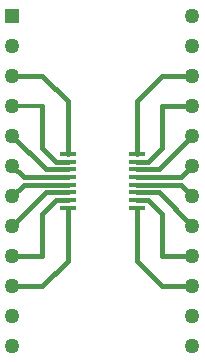
<source format=gbr>
%TF.GenerationSoftware,KiCad,Pcbnew,(7.0.0)*%
%TF.CreationDate,2023-03-29T16:59:31+02:00*%
%TF.ProjectId,adaptateur tmux,61646170-7461-4746-9575-7220746d7578,rev?*%
%TF.SameCoordinates,PX9157080PY41672a0*%
%TF.FileFunction,Copper,L1,Top*%
%TF.FilePolarity,Positive*%
%FSLAX46Y46*%
G04 Gerber Fmt 4.6, Leading zero omitted, Abs format (unit mm)*
G04 Created by KiCad (PCBNEW (7.0.0)) date 2023-03-29 16:59:31*
%MOMM*%
%LPD*%
G01*
G04 APERTURE LIST*
%TA.AperFunction,ComponentPad*%
%ADD10R,1.275000X1.275000*%
%TD*%
%TA.AperFunction,ComponentPad*%
%ADD11C,1.275000*%
%TD*%
%TA.AperFunction,SMDPad,CuDef*%
%ADD12R,1.475000X0.450000*%
%TD*%
%TA.AperFunction,Conductor*%
%ADD13C,0.450000*%
%TD*%
%TA.AperFunction,Conductor*%
%ADD14C,0.350000*%
%TD*%
%TA.AperFunction,Conductor*%
%ADD15C,0.250000*%
%TD*%
G04 APERTURE END LIST*
D10*
%TO.P,J1,1,1*%
%TO.N,unconnected-(J1-Pad1)*%
X-17779999Y30479999D03*
D11*
%TO.P,J1,2,2*%
%TO.N,unconnected-(J1-Pad2)*%
X-17780000Y27940000D03*
%TO.P,J1,3,3*%
%TO.N,Net-(IC1-S4)*%
X-17780000Y25400000D03*
%TO.P,J1,4,4*%
%TO.N,Net-(IC1-S6)*%
X-17780000Y22860000D03*
%TO.P,J1,5,5*%
%TO.N,Net-(IC1-D)*%
X-17780000Y20320000D03*
%TO.P,J1,6,6*%
%TO.N,Net-(IC1-S7)*%
X-17780000Y17780000D03*
%TO.P,J1,7,7*%
%TO.N,Net-(IC1-S5)*%
X-17780000Y15240000D03*
%TO.P,J1,8,8*%
%TO.N,Net-(IC1-~{EN})*%
X-17780000Y12700000D03*
%TO.P,J1,9,9*%
%TO.N,Net-(IC1-VSS)*%
X-17780000Y10160000D03*
%TO.P,J1,10,10*%
%TO.N,Net-(IC1-GND)*%
X-17780000Y7620000D03*
%TO.P,J1,11,11*%
%TO.N,unconnected-(J1-Pad11)*%
X-17780000Y5080000D03*
%TO.P,J1,12,12*%
%TO.N,unconnected-(J1-Pad12)*%
X-17780000Y2540000D03*
%TO.P,J1,13,13*%
%TO.N,unconnected-(J1-Pad13)*%
X-2540000Y2540000D03*
%TO.P,J1,14,14*%
%TO.N,unconnected-(J1-Pad14)*%
X-2540000Y5080000D03*
%TO.P,J1,15,15*%
%TO.N,Net-(IC1-A2)*%
X-2540000Y7620000D03*
%TO.P,J1,16,16*%
%TO.N,Net-(IC1-A1)*%
X-2540000Y10160000D03*
%TO.P,J1,17,17*%
%TO.N,Net-(IC1-A0)*%
X-2540000Y12700000D03*
%TO.P,J1,18,18*%
%TO.N,Net-(IC1-S3)*%
X-2540000Y15240000D03*
%TO.P,J1,19,19*%
%TO.N,Net-(IC1-S0)*%
X-2540000Y17780000D03*
%TO.P,J1,20,20*%
%TO.N,Net-(IC1-S1)*%
X-2540000Y20320000D03*
%TO.P,J1,21,21*%
%TO.N,Net-(IC1-S2)*%
X-2540000Y22860000D03*
%TO.P,J1,22,22*%
%TO.N,Net-(IC1-VDD)*%
X-2540000Y25400000D03*
%TO.P,J1,23,23*%
%TO.N,unconnected-(J1-Pad23)*%
X-2540000Y27940000D03*
%TO.P,J1,24,24*%
%TO.N,unconnected-(J1-Pad24)*%
X-2540000Y30480000D03*
%TD*%
D12*
%TO.P,IC1,1,S4*%
%TO.N,Net-(IC1-S4)*%
X-13097999Y18784999D03*
%TO.P,IC1,2,S6*%
%TO.N,Net-(IC1-S6)*%
X-13097999Y18134999D03*
%TO.P,IC1,3,D*%
%TO.N,Net-(IC1-D)*%
X-13097999Y17484999D03*
%TO.P,IC1,4,S7*%
%TO.N,Net-(IC1-S7)*%
X-13097999Y16834999D03*
%TO.P,IC1,5,S5*%
%TO.N,Net-(IC1-S5)*%
X-13097999Y16184999D03*
%TO.P,IC1,6,~{EN}*%
%TO.N,Net-(IC1-~{EN})*%
X-13097999Y15534999D03*
%TO.P,IC1,7,VSS*%
%TO.N,Net-(IC1-VSS)*%
X-13097999Y14884999D03*
%TO.P,IC1,8,GND*%
%TO.N,Net-(IC1-GND)*%
X-13097999Y14234999D03*
%TO.P,IC1,9,A2*%
%TO.N,Net-(IC1-A2)*%
X-7221999Y14234999D03*
%TO.P,IC1,10,A1*%
%TO.N,Net-(IC1-A1)*%
X-7221999Y14884999D03*
%TO.P,IC1,11,A0*%
%TO.N,Net-(IC1-A0)*%
X-7221999Y15534999D03*
%TO.P,IC1,12,S3*%
%TO.N,Net-(IC1-S3)*%
X-7221999Y16184999D03*
%TO.P,IC1,13,S0*%
%TO.N,Net-(IC1-S0)*%
X-7221999Y16834999D03*
%TO.P,IC1,14,S1*%
%TO.N,Net-(IC1-S1)*%
X-7221999Y17484999D03*
%TO.P,IC1,15,S2*%
%TO.N,Net-(IC1-S2)*%
X-7221999Y18134999D03*
%TO.P,IC1,16,VDD*%
%TO.N,Net-(IC1-VDD)*%
X-7221999Y18784999D03*
%TD*%
D13*
%TO.N,Net-(IC1-S4)*%
X-13098000Y23258000D02*
X-13098000Y18785000D01*
X-17780000Y25400000D02*
X-15240000Y25400000D01*
X-15240000Y25400000D02*
X-13098000Y23258000D01*
%TO.N,Net-(IC1-S6)*%
X-15240000Y22860000D02*
X-15240000Y19314500D01*
X-14060500Y18135000D02*
X-13098000Y18135000D01*
X-15240000Y19314500D02*
X-14060500Y18135000D01*
D14*
X-17780000Y22860000D02*
X-15240000Y22860000D01*
D13*
%TO.N,Net-(IC1-D)*%
X-14945000Y17485000D02*
X-13098000Y17485000D01*
X-17780000Y20320000D02*
X-14945000Y17485000D01*
%TO.N,Net-(IC1-S7)*%
X-17780000Y17780000D02*
X-16835000Y16835000D01*
X-16835000Y16835000D02*
X-13098000Y16835000D01*
%TO.N,Net-(IC1-S5)*%
X-16835000Y16185000D02*
X-13098000Y16185000D01*
X-17780000Y15240000D02*
X-16835000Y16185000D01*
%TO.N,Net-(IC1-~{EN})*%
X-14945000Y15535000D02*
X-13098000Y15535000D01*
X-17780000Y12700000D02*
X-14945000Y15535000D01*
%TO.N,Net-(IC1-VSS)*%
X-15240000Y10160000D02*
X-15240000Y13705500D01*
X-14060500Y14885000D02*
X-13098000Y14885000D01*
X-17780000Y10160000D02*
X-15240000Y10160000D01*
X-15240000Y13705500D02*
X-14060500Y14885000D01*
%TO.N,Net-(IC1-GND)*%
X-13098000Y9762000D02*
X-13098000Y14235000D01*
X-17780000Y7620000D02*
X-15240000Y7620000D01*
X-15240000Y7620000D02*
X-13098000Y9762000D01*
%TO.N,Net-(IC1-A2)*%
X-2540000Y7620000D02*
X-5080000Y7620000D01*
X-5080000Y7620000D02*
X-7222000Y9762000D01*
X-7222000Y9762000D02*
X-7222000Y14235000D01*
%TO.N,Net-(IC1-A1)*%
X-2540000Y10160000D02*
X-5080000Y10160000D01*
X-5080000Y10160000D02*
X-5080000Y13705500D01*
X-5080000Y13705500D02*
X-6259500Y14885000D01*
X-6259500Y14885000D02*
X-7222000Y14885000D01*
D15*
X-7322000Y14985000D02*
X-7222000Y14885000D01*
D13*
%TO.N,Net-(IC1-A0)*%
X-2540000Y12700000D02*
X-5375000Y15535000D01*
X-5375000Y15535000D02*
X-7222000Y15535000D01*
%TO.N,Net-(IC1-S3)*%
X-3485000Y16185000D02*
X-7222000Y16185000D01*
X-2540000Y15240000D02*
X-3485000Y16185000D01*
%TO.N,Net-(IC1-S0)*%
X-3485000Y16835000D02*
X-7222000Y16835000D01*
X-2540000Y17780000D02*
X-3485000Y16835000D01*
%TO.N,Net-(IC1-S1)*%
X-2540000Y20320000D02*
X-5375000Y17485000D01*
X-5375000Y17485000D02*
X-7222000Y17485000D01*
%TO.N,Net-(IC1-S2)*%
X-5080000Y19314500D02*
X-6259500Y18135000D01*
X-5080000Y22860000D02*
X-5080000Y19314500D01*
X-2540000Y22860000D02*
X-5080000Y22860000D01*
X-6259500Y18135000D02*
X-7222000Y18135000D01*
%TO.N,Net-(IC1-VDD)*%
X-5080000Y25400000D02*
X-7222000Y23258000D01*
X-7222000Y23258000D02*
X-7222000Y18785000D01*
X-2540000Y25400000D02*
X-5080000Y25400000D01*
%TD*%
M02*

</source>
